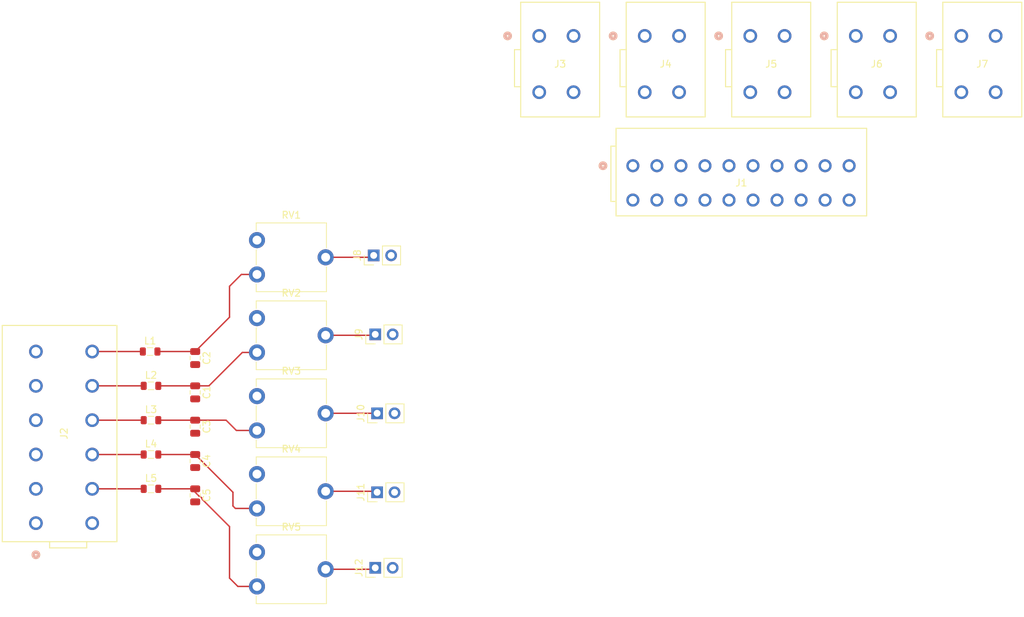
<source format=kicad_pcb>
(kicad_pcb (version 20241229) (generator "pcbnew") (generator_version "9.0")
  (layers (0 "F.Cu" signal) (2 "B.Cu" signal) (13 "F.Paste" user) (15 "B.Paste" user) (5 "F.SilkS" user "F.Silkscreen") (7 "B.SilkS" user "B.Silkscreen") (1 "F.Mask" user) (3 "B.Mask" user) (25 "Edge.Cuts" user))
  (net 0 "")
  (net 1 "GND")
  (net 2 "Net-(C1-Pad1)")
  (net 3 "Net-(C2-Pad1)")
  (net 4 "Net-(C3-Pad1)")
  (net 5 "Net-(C4-Pad1)")
  (net 6 "Net-(C5-Pad1)")
  (net 7 "Net-(J3-1_1)")
  (net 8 "Net-(J8-Pin_1)")
  (net 9 "Net-(J4-1_1)")
  (net 10 "Net-(J9-Pin_1)")
  (net 11 "Net-(J10-Pin_2)")
  (net 12 "Net-(J10-Pin_1)")
  (net 13 "Net-(J11-Pin_1)")
  (net 14 "Net-(J11-Pin_2)")
  (net 15 "Net-(J12-Pin_2)")
  (net 16 "Net-(J12-Pin_1)")
  (net 17 "Net-(J2-6_1)")
  (net 18 "Net-(J2-5_1)")
  (net 19 "Net-(J2-4_1)")
  (net 20 "Net-(J2-3_1)")
  (net 21 "Net-(J2-2_1)")
  (net 22 "Net-(J1-8_1)")
  (net 23 "Net-(J1-2_1)")
  (net 24 "Net-(J1-7_1)")
  (net 25 "Net-(J1-1_1)")
  (net 26 "Net-(J1-10_1)")
  (net 27 "Net-(J1-9_1)")
  (net 28 "Net-(J1-4_1)")
  (net 29 "Net-(J1-6_1)")
  (net 30 "Net-(J1-5_1)")
  (net 31 "Net-(J1-3_1)")
  (net 32 "Net-(J2-1_1)")
  (footprint "Capacitor_SMD:C_0805_2012Metric" (layer "F.Cu") (at 65 125.95 -90)
    (property "Reference" "C3" (at 0 -1.68 90) (layer "F.SilkS"))
    (property "Value" "10pF")
    (fp_line (start -0.261252 0.735) (end 0.261252 0.735) (stroke (width 0.12)) (layer "F.SilkS"))
    (fp_line (start -0.261252 -0.735) (end 0.261252 -0.735) (stroke (width 0.12)) (layer "F.SilkS"))
    (pad "1" smd roundrect (at -0.95 0 270) (size 1 1.45) (layers "F.Cu" "F.Mask" "F.Paste") (net 4 "Net-(C3-Pad1)"))
    (pad "2" smd roundrect (at 0.95 0 270) (size 1 1.45) (layers "F.Cu" "F.Mask" "F.Paste") (net 1 "GND"))
  )
  (footprint "Capacitor_SMD:C_0805_2012Metric" (layer "F.Cu") (at 65 135.95 -90)
    (property "Reference" "C5" (at 0 -1.68 90) (layer "F.SilkS"))
    (property "Value" "10pF")
    (fp_line (start -0.261252 0.735) (end 0.261252 0.735) (stroke (width 0.12)) (layer "F.SilkS"))
    (fp_line (start -0.261252 -0.735) (end 0.261252 -0.735) (stroke (width 0.12)) (layer "F.SilkS"))
    (pad "1" smd roundrect (at -0.95 0 270) (size 1 1.45) (layers "F.Cu" "F.Mask" "F.Paste") (net 6 "Net-(C5-Pad1)"))
    (pad "2" smd roundrect (at 0.95 0 270) (size 1 1.45) (layers "F.Cu" "F.Mask" "F.Paste") (net 1 "GND"))
  )
  (footprint "Potentiometer_THT:Potentiometer_ACP_CA9-V10_Vertical" (layer "F.Cu") (at 74 137.855)
    (property "Reference" "RV4" (at 5 -8.65 0) (layer "F.SilkS"))
    (property "Value" "1kΩ")
    (fp_line (start -0.11 -7.51) (end 10.11 -7.51) (stroke (width 0.12)) (layer "F.SilkS"))
    (fp_line (start -0.11 -6.396) (end -0.11 -7.51) (stroke (width 0.12)) (layer "F.SilkS"))
    (fp_line (start -0.11 -1.396) (end -0.11 -3.604) (stroke (width 0.12)) (layer "F.SilkS"))
    (fp_line (start -0.11 2.51) (end -0.11 1.396) (stroke (width 0.12)) (layer "F.SilkS"))
    (fp_line (start 10.11 -7.51) (end 10.11 -3.896) (stroke (width 0.12)) (layer "F.SilkS"))
    (fp_line (start 10.11 -1.104) (end 10.11 2.51) (stroke (width 0.12)) (layer "F.SilkS"))
    (fp_line (start 10.11 2.51) (end -0.11 2.51) (stroke (width 0.12)) (layer "F.SilkS"))
    (pad "1" thru_hole circle (at 0 0) (size 2.34 2.34) (drill 1.3) (layers "*.Cu" "*.Mask") (net 5 "Net-(C4-Pad1)"))
    (pad "2" thru_hole circle (at 10 -2.5) (size 2.34 2.34) (drill 1.3) (layers "*.Cu" "*.Mask") (net 13 "Net-(J11-Pin_1)"))
    (pad "3" thru_hole circle (at 0 -5) (size 2.34 2.34) (drill 1.3) (layers "*.Cu" "*.Mask") (net 1 "GND"))
  )
  (footprint "Senior_Design:CONN2_2604-3102_WAG" (layer "F.Cu") (at 176.590802 69.030001)
    (property "Reference" "J7" (at 3.049999 4.099999 0) (layer "F.SilkS"))
    (property "Value" "2604-3102")
    (fp_line (start -3.6 7.4) (end -3.6 2.000001) (stroke (width 0.1524)) (layer "F.SilkS"))
    (fp_line (start -2.700001 -4.9) (end 8.799998 -4.9) (stroke (width 0.1524)) (layer "F.SilkS"))
    (fp_line (start -2.700001 11.799999) (end -2.700001 -4.9) (stroke (width 0.1524)) (layer "F.SilkS"))
    (fp_line (start -2.700001 11.799999) (end 8.799998 11.799999) (stroke (width 0.1524)) (layer "F.SilkS"))
    (fp_line (start -2.7 2.000001) (end -3.6 2.000001) (stroke (width 0.1524)) (layer "F.SilkS"))
    (fp_line (start -2.7 7.4) (end -3.6 7.4) (stroke (width 0.1524)) (layer "F.SilkS"))
    (fp_line (start 8.799998 -4.9) (end 8.799998 11.799999) (stroke (width 0.1524)) (layer "F.SilkS"))
    (fp_circle (center -4.605001 0) (end -4.224001 0) (stroke (width 0.508)) (fill no) (layer "F.SilkS"))
    (fp_circle (center -4.605001 0) (end -4.224001 0) (stroke (width 0.508)) (fill no) (layer "B.SilkS"))
    (pad "1" thru_hole circle (at 0 0) (size 2 2) (drill 1.3) (layers "*.Cu" "*.Mask") (net 15 "Net-(J12-Pin_2)"))
    (pad "2" thru_hole circle (at 0 8.199999) (size 2 2) (drill 1.3) (layers "*.Cu" "*.Mask") (net 15 "Net-(J12-Pin_2)"))
    (pad "3" thru_hole circle (at 5 0) (size 2 2) (drill 1.3) (layers "*.Cu" "*.Mask") (net 26 "Net-(J1-10_1)"))
    (pad "4" thru_hole circle (at 5 8.199999) (size 2 2) (drill 1.3) (layers "*.Cu" "*.Mask") (net 27 "Net-(J1-9_1)"))
  )
  (footprint "Potentiometer_THT:Potentiometer_ACP_CA9-V10_Vertical" (layer "F.Cu") (at 74 149.215)
    (property "Reference" "RV5" (at 5 -8.65 0) (layer "F.SilkS"))
    (property "Value" "1kΩ")
    (fp_line (start -0.11 -7.51) (end 10.11 -7.51) (stroke (width 0.12)) (layer "F.SilkS"))
    (fp_line (start -0.11 -6.396) (end -0.11 -7.51) (stroke (width 0.12)) (layer "F.SilkS"))
    (fp_line (start -0.11 -1.396) (end -0.11 -3.604) (stroke (width 0.12)) (layer "F.SilkS"))
    (fp_line (start -0.11 2.51) (end -0.11 1.396) (stroke (width 0.12)) (layer "F.SilkS"))
    (fp_line (start 10.11 -7.51) (end 10.11 -3.896) (stroke (width 0.12)) (layer "F.SilkS"))
    (fp_line (start 10.11 -1.104) (end 10.11 2.51) (stroke (width 0.12)) (layer "F.SilkS"))
    (fp_line (start 10.11 2.51) (end -0.11 2.51) (stroke (width 0.12)) (layer "F.SilkS"))
    (pad "1" thru_hole circle (at 0 0) (size 2.34 2.34) (drill 1.3) (layers "*.Cu" "*.Mask") (net 6 "Net-(C5-Pad1)"))
    (pad "2" thru_hole circle (at 10 -2.5) (size 2.34 2.34) (drill 1.3) (layers "*.Cu" "*.Mask") (net 16 "Net-(J12-Pin_1)"))
    (pad "3" thru_hole circle (at 0 -5) (size 2.34 2.34) (drill 1.3) (layers "*.Cu" "*.Mask") (net 1 "GND"))
  )
  (footprint "Potentiometer_THT:Potentiometer_ACP_CA9-V10_Vertical" (layer "F.Cu") (at 74 103.775)
    (property "Reference" "RV1" (at 5 -8.65 0) (layer "F.SilkS"))
    (property "Value" "1kΩ")
    (fp_line (start -0.11 -7.51) (end 10.11 -7.51) (stroke (width 0.12)) (layer "F.SilkS"))
    (fp_line (start -0.11 -6.396) (end -0.11 -7.51) (stroke (width 0.12)) (layer "F.SilkS"))
    (fp_line (start -0.11 -1.396) (end -0.11 -3.604) (stroke (width 0.12)) (layer "F.SilkS"))
    (fp_line (start -0.11 2.51) (end -0.11 1.396) (stroke (width 0.12)) (layer "F.SilkS"))
    (fp_line (start 10.11 -7.51) (end 10.11 -3.896) (stroke (width 0.12)) (layer "F.SilkS"))
    (fp_line (start 10.11 -1.104) (end 10.11 2.51) (stroke (width 0.12)) (layer "F.SilkS"))
    (fp_line (start 10.11 2.51) (end -0.11 2.51) (stroke (width 0.12)) (layer "F.SilkS"))
    (pad "1" thru_hole circle (at 0 0) (size 2.34 2.34) (drill 1.3) (layers "*.Cu" "*.Mask") (net 3 "Net-(C2-Pad1)"))
    (pad "2" thru_hole circle (at 10 -2.5) (size 2.34 2.34) (drill 1.3) (layers "*.Cu" "*.Mask") (net 8 "Net-(J8-Pin_1)"))
    (pad "3" thru_hole circle (at 0 -5) (size 2.34 2.34) (drill 1.3) (layers "*.Cu" "*.Mask") (net 1 "GND"))
  )
  (footprint "Connector_PinHeader_2.54mm:PinHeader_1x02_P2.54mm_Vertical" (layer "F.Cu") (at 91.225 112.5 90)
    (property "Reference" "J9" (at 0 -2.38 90) (layer "F.SilkS"))
    (property "Value" "Conn_01x02")
    (fp_line (start -1.38 -1.38) (end 0 -1.38) (stroke (width 0.12)) (layer "F.SilkS"))
    (fp_line (start -1.38 0) (end -1.38 -1.38) (stroke (width 0.12)) (layer "F.SilkS"))
    (fp_line (start 1.38 1.27) (end 1.38 3.92) (stroke (width 0.12)) (layer "F.SilkS"))
    (fp_line (start -1.38 1.27) (end 1.38 1.27) (stroke (width 0.12)) (layer "F.SilkS"))
    (fp_line (start -1.38 1.27) (end -1.38 3.92) (stroke (width 0.12)) (layer "F.SilkS"))
    (fp_line (start -1.38 3.92) (end 1.38 3.92) (stroke (width 0.12)) (layer "F.SilkS"))
    (pad "1" thru_hole rect (at 0 0 90) (size 1.7 1.7) (drill 1) (layers "*.Cu" "*.Mask") (net 10 "Net-(J9-Pin_1)"))
    (pad "2" thru_hole circle (at 0 2.54 90) (size 1.7 1.7) (drill 1) (layers "*.Cu" "*.Mask") (net 9 "Net-(J4-1_1)"))
  )
  (footprint "Senior_Design:CONN10_2601-3110_WAG" (layer "F.Cu") (at 128.750003 87.94)
    (property "Reference" "J1" (at 15.800005 2.5 0) (layer "F.SilkS"))
    (property "Value" "2601-3110")
    (fp_line (start -3.199998 5.2) (end -3.199998 -2.849999) (stroke (width 0.1524)) (layer "F.SilkS"))
    (fp_line (start -2.449998 -5.449999) (end 34.050007 -5.449999) (stroke (width 0.1524)) (layer "F.SilkS"))
    (fp_line (start -2.449998 7.300001) (end -2.449998 -5.449999) (stroke (width 0.1524)) (layer "F.SilkS"))
    (fp_line (start -2.449998 7.300001) (end 34.050007 7.300001) (stroke (width 0.1524)) (layer "F.SilkS"))
    (fp_line (start -2.449997 -2.849999) (end -3.199998 -2.849999) (stroke (width 0.1524)) (layer "F.SilkS"))
    (fp_line (start -2.449997 5.2) (end -3.199998 5.2) (stroke (width 0.1524)) (layer "F.SilkS"))
    (fp_line (start 34.050007 -5.449999) (end 34.050007 7.300001) (stroke (width 0.1524)) (layer "F.SilkS"))
    (fp_circle (center -4.354998 0) (end -3.973998 0) (stroke (width 0.508)) (fill no) (layer "F.SilkS"))
    (fp_circle (center -4.354998 0) (end -3.973998 0) (stroke (width 0.508)) (fill no) (layer "B.SilkS"))
    (pad "1" thru_hole circle (at 0 0) (size 1.9 1.9) (drill 1.2) (layers "*.Cu" "*.Mask") (net 25 "Net-(J1-1_1)"))
    (pad "2" thru_hole circle (at 0 5) (size 1.9 1.9) (drill 1.2) (layers "*.Cu" "*.Mask") (net 25 "Net-(J1-1_1)"))
    (pad "3" thru_hole circle (at 3.500001 0) (size 1.9 1.9) (drill 1.2) (layers "*.Cu" "*.Mask") (net 23 "Net-(J1-2_1)"))
    (pad "4" thru_hole circle (at 3.500001 5) (size 1.9 1.9) (drill 1.2) (layers "*.Cu" "*.Mask") (net 23 "Net-(J1-2_1)"))
    (pad "5" thru_hole circle (at 7.000002 0) (size 1.9 1.9) (drill 1.2) (layers "*.Cu" "*.Mask") (net 31 "Net-(J1-3_1)"))
    (pad "6" thru_hole circle (at 7.000002 5) (size 1.9 1.9) (drill 1.2) (layers "*.Cu" "*.Mask") (net 31 "Net-(J1-3_1)"))
    (pad "7" thru_hole circle (at 10.500002 0) (size 1.9 1.9) (drill 1.2) (layers "*.Cu" "*.Mask") (net 28 "Net-(J1-4_1)"))
    (pad "8" thru_hole circle (at 10.500002 5) (size 1.9 1.9) (drill 1.2) (layers "*.Cu" "*.Mask") (net 28 "Net-(J1-4_1)"))
    (pad "9" thru_hole circle (at 14.000006 0) (size 1.9 1.9) (drill 1.2) (layers "*.Cu" "*.Mask") (net 30 "Net-(J1-5_1)"))
    (pad "10" thru_hole circle (at 14.000006 5) (size 1.9 1.9) (drill 1.2) (layers "*.Cu" "*.Mask") (net 30 "Net-(J1-5_1)"))
    (pad "11" thru_hole circle (at 17.500006 0) (size 1.9 1.9) (drill 1.2) (layers "*.Cu" "*.Mask") (net 29 "Net-(J1-6_1)"))
    (pad "12" thru_hole circle (at 17.500006 5) (size 1.9 1.9) (drill 1.2) (layers "*.Cu" "*.Mask") (net 29 "Net-(J1-6_1)"))
    (pad "13" thru_hole circle (at 21.000007 0) (size 1.9 1.9) (drill 1.2) (layers "*.Cu" "*.Mask") (net 24 "Net-(J1-7_1)"))
    (pad "14" thru_hole circle (at 21.000007 5) (size 1.9 1.9) (drill 1.2) (layers "*.Cu" "*.Mask") (net 24 "Net-(J1-7_1)"))
    (pad "15" thru_hole circle (at 24.500007 0) (size 1.9 1.9) (drill 1.2) (layers "*.Cu" "*.Mask") (net 22 "Net-(J1-8_1)"))
    (pad "16" thru_hole circle (at 24.500007 5) (size 1.9 1.9) (drill 1.2) (layers "*.Cu" "*.Mask") (net 22 "Net-(J1-8_1)"))
    (pad "17" thru_hole circle (at 28.000008 0) (size 1.9 1.9) (drill 1.2) (layers "*.Cu" "*.Mask") (net 27 "Net-(J1-9_1)"))
    (pad "18" thru_hole circle (at 28.000008 5) (size 1.9 1.9) (drill 1.2) (layers "*.Cu" "*.Mask") (net 27 "Net-(J1-9_1)"))
    (pad "19" thru_hole circle (at 31.500009 0) (size 1.9 1.9) (drill 1.2) (layers "*.Cu" "*.Mask") (net 26 "Net-(J1-10_1)"))
    (pad "20" thru_hole circle (at 31.500009 5) (size 1.9 1.9) (drill 1.2) (layers "*.Cu" "*.Mask") (net 26 "Net-(J1-10_1)"))
  )
  (footprint "Capacitor_SMD:C_0805_2012Metric" (layer "F.Cu") (at 65 130.95 -90)
    (property "Reference" "C4" (at 0 -1.68 90) (layer "F.SilkS"))
    (property "Value" "10pF")
    (fp_line (start -0.261252 0.735) (end 0.261252 0.735) (stroke (width 0.12)) (layer "F.SilkS"))
    (fp_line (start -0.261252 -0.735) (end 0.261252 -0.735) (stroke (width 0.12)) (layer "F.SilkS"))
    (pad "1" smd roundrect (at -0.95 0 270) (size 1 1.45) (layers "F.Cu" "F.Mask" "F.Paste") (net 5 "Net-(C4-Pad1)"))
    (pad "2" smd roundrect (at 0.95 0 270) (size 1 1.45) (layers "F.Cu" "F.Mask" "F.Paste") (net 1 "GND"))
  )
  (footprint "Inductor_SMD:L_0805_2012Metric" (layer "F.Cu") (at 58.5625 135)
    (property "Reference" "L5" (at 0 -1.55 0) (layer "F.SilkS"))
    (property "Value" "56μH")
    (fp_line (start -0.399622 -0.56) (end 0.399622 -0.56) (stroke (width 0.12)) (layer "F.SilkS"))
    (fp_line (start -0.399622 0.56) (end 0.399622 0.56) (stroke (width 0.12)) (layer "F.SilkS"))
    (pad "1" smd roundrect (at -1.0625 0) (size 0.875 1.2) (layers "F.Cu" "F.Mask" "F.Paste") (net 21 "Net-(J2-2_1)"))
    (pad "2" smd roundrect (at 1.0625 0) (size 0.875 1.2) (layers "F.Cu" "F.Mask" "F.Paste") (net 6 "Net-(C5-Pad1)"))
  )
  (footprint "Capacitor_SMD:C_0805_2012Metric" (layer "F.Cu") (at 65 120.95 -90)
    (property "Reference" "C1" (at 0 -1.68 90) (layer "F.SilkS"))
    (property "Value" "10pF")
    (fp_line (start -0.261252 0.735) (end 0.261252 0.735) (stroke (width 0.12)) (layer "F.SilkS"))
    (fp_line (start -0.261252 -0.735) (end 0.261252 -0.735) (stroke (width 0.12)) (layer "F.SilkS"))
    (pad "1" smd roundrect (at -0.95 0 270) (size 1 1.45) (layers "F.Cu" "F.Mask" "F.Paste") (net 2 "Net-(C1-Pad1)"))
    (pad "2" smd roundrect (at 0.95 0 270) (size 1 1.45) (layers "F.Cu" "F.Mask" "F.Paste") (net 1 "GND"))
  )
  (footprint "Connector_PinHeader_2.54mm:PinHeader_1x02_P2.54mm_Vertical" (layer "F.Cu") (at 91.225 146.5 90)
    (property "Reference" "J12" (at 0 -2.38 90) (layer "F.SilkS"))
    (property "Value" "Conn_01x02")
    (fp_line (start -1.38 -1.38) (end 0 -1.38) (stroke (width 0.12)) (layer "F.SilkS"))
    (fp_line (start -1.38 0) (end -1.38 -1.38) (stroke (width 0.12)) (layer "F.SilkS"))
    (fp_line (start 1.38 1.27) (end 1.38 3.92) (stroke (width 0.12)) (layer "F.SilkS"))
    (fp_line (start -1.38 1.27) (end 1.38 1.27) (stroke (width 0.12)) (layer "F.SilkS"))
    (fp_line (start -1.38 1.27) (end -1.38 3.92) (stroke (width 0.12)) (layer "F.SilkS"))
    (fp_line (start -1.38 3.92) (end 1.38 3.92) (stroke (width 0.12)) (layer "F.SilkS"))
    (pad "1" thru_hole rect (at 0 0 90) (size 1.7 1.7) (drill 1) (layers "*.Cu" "*.Mask") (net 16 "Net-(J12-Pin_1)"))
    (pad "2" thru_hole circle (at 0 2.54 90) (size 1.7 1.7) (drill 1) (layers "*.Cu" "*.Mask") (net 15 "Net-(J12-Pin_2)"))
  )
  (footprint "Inductor_SMD:L_0805_2012Metric" (layer "F.Cu") (at 58.4375 115)
    (property "Reference" "L1" (at 0 -1.55 0) (layer "F.SilkS"))
    (property "Value" "56μH")
    (fp_line (start -0.399622 -0.56) (end 0.399622 -0.56) (stroke (width 0.12)) (layer "F.SilkS"))
    (fp_line (start -0.399622 0.56) (end 0.399622 0.56) (stroke (width 0.12)) (layer "F.SilkS"))
    (pad "1" smd roundrect (at -1.0625 0) (size 0.875 1.2) (layers "F.Cu" "F.Mask" "F.Paste") (net 17 "Net-(J2-6_1)"))
    (pad "2" smd roundrect (at 1.0625 0) (size 0.875 1.2) (layers "F.Cu" "F.Mask" "F.Paste") (net 3 "Net-(C2-Pad1)"))
  )
  (footprint "Senior_Design:CONN6_2604-3106_WAG" (layer "F.Cu") (at 41.800001 140 90)
    (property "Reference" "J2" (at 13.049999 4.099999 90) (layer "F.SilkS"))
    (property "Value" "2604-3106")
    (fp_line (start 28.799992 -4.9) (end 28.799992 11.799999) (stroke (width 0.1524)) (layer "F.SilkS"))
    (fp_line (start -2.699996 -4.9) (end 28.799992 -4.9) (stroke (width 0.1524)) (layer "F.SilkS"))
    (fp_line (start -2.699998 2.000001) (end -3.599996 2.000001) (stroke (width 0.1524)) (layer "F.SilkS"))
    (fp_line (start -2.699998 7.4) (end -3.599996 7.4) (stroke (width 0.1524)) (layer "F.SilkS"))
    (fp_line (start -3.599996 7.4) (end -3.599996 2.000001) (stroke (width 0.1524)) (layer "F.SilkS"))
    (fp_line (start -2.699996 11.799999) (end -2.699996 -4.9) (stroke (width 0.1524)) (layer "F.SilkS"))
    (fp_line (start -2.699996 11.799999) (end 28.799992 11.799999) (stroke (width 0.1524)) (layer "F.SilkS"))
    (fp_circle (center -4.604995 0) (end -4.223995 0) (stroke (width 0.508)) (fill no) (layer "F.SilkS"))
    (fp_circle (center -4.604995 0) (end -4.223995 0) (stroke (width 0.508)) (fill no) (layer "B.SilkS"))
    (pad "1" thru_hole circle (at 0 0 90) (size 2 2) (drill 1.3) (layers "*.Cu" "*.Mask") (net 32 "Net-(J2-1_1)"))
    (pad "2" thru_hole circle (at 0 8.199999 90) (size 2 2) (drill 1.3) (layers "*.Cu" "*.Mask") (net 32 "Net-(J2-1_1)"))
    (pad "3" thru_hole circle (at 5 0 90) (size 2 2) (drill 1.3) (layers "*.Cu" "*.Mask") (net 21 "Net-(J2-2_1)"))
    (pad "4" thru_hole circle (at 5 8.199999 90) (size 2 2) (drill 1.3) (layers "*.Cu" "*.Mask") (net 21 "Net-(J2-2_1)"))
    (pad "5" thru_hole circle (at 10 0 90) (size 2 2) (drill 1.3) (layers "*.Cu" "*.Mask") (net 20 "Net-(J2-3_1)"))
    (pad "6" thru_hole circle (at 10 8.199999 90) (size 2 2) (drill 1.3) (layers "*.Cu" "*.Mask") (net 20 "Net-(J2-3_1)"))
    (pad "7" thru_hole circle (at 15 0 90) (size 2 2) (drill 1.3) (layers "*.Cu" "*.Mask") (net 19 "Net-(J2-4_1)"))
    (pad "8" thru_hole circle (at 15 8.199999 90) (size 2 2) (drill 1.3) (layers "*.Cu" "*.Mask") (net 19 "Net-(J2-4_1)"))
    (pad "9" thru_hole circle (at 20 0 90) (size 2 2) (drill 1.3) (layers "*.Cu" "*.Mask") (net 18 "Net-(J2-5_1)"))
    (pad "10" thru_hole circle (at 20 8.199999 90) (size 2 2) (drill 1.3) (layers "*.Cu" "*.Mask") (net 18 "Net-(J2-5_1)"))
    (pad "11" thru_hole circle (at 25 0 90) (size 2 2) (drill 1.3) (layers "*.Cu" "*.Mask") (net 17 "Net-(J2-6_1)"))
    (pad "12" thru_hole circle (at 25 8.199999 90) (size 2 2) (drill 1.3) (layers "*.Cu" "*.Mask") (net 17 "Net-(J2-6_1)"))
  )
  (footprint "Connector_PinHeader_2.54mm:PinHeader_1x02_P2.54mm_Vertical" (layer "F.Cu") (at 91.5 124 90)
    (property "Reference" "J10" (at 0 -2.38 90) (layer "F.SilkS"))
    (property "Value" "Conn_01x02")
    (fp_line (start -1.38 -1.38) (end 0 -1.38) (stroke (width 0.12)) (layer "F.SilkS"))
    (fp_line (start -1.38 0) (end -1.38 -1.38) (stroke (width 0.12)) (layer "F.SilkS"))
    (fp_line (start 1.38 1.27) (end 1.38 3.92) (stroke (width 0.12)) (layer "F.SilkS"))
    (fp_line (start -1.38 1.27) (end 1.38 1.27) (stroke (width 0.12)) (layer "F.SilkS"))
    (fp_line (start -1.38 1.27) (end -1.38 3.92) (stroke (width 0.12)) (layer "F.SilkS"))
    (fp_line (start -1.38 3.92) (end 1.38 3.92) (stroke (width 0.12)) (layer "F.SilkS"))
    (pad "1" thru_hole rect (at 0 0 90) (size 1.7 1.7) (drill 1) (layers "*.Cu" "*.Mask") (net 12 "Net-(J10-Pin_1)"))
    (pad "2" thru_hole circle (at 0 2.54 90) (size 1.7 1.7) (drill 1) (layers "*.Cu" "*.Mask") (net 11 "Net-(J10-Pin_2)"))
  )
  (footprint "Connector_PinHeader_2.54mm:PinHeader_1x02_P2.54mm_Vertical" (layer "F.Cu") (at 91.5 135.5 90)
    (property "Reference" "J11" (at 0 -2.38 90) (layer "F.SilkS"))
    (property "Value" "Conn_01x02")
    (fp_line (start -1.38 -1.38) (end 0 -1.38) (stroke (width 0.12)) (layer "F.SilkS"))
    (fp_line (start -1.38 0) (end -1.38 -1.38) (stroke (width 0.12)) (layer "F.SilkS"))
    (fp_line (start 1.38 1.27) (end 1.38 3.92) (stroke (width 0.12)) (layer "F.SilkS"))
    (fp_line (start -1.38 1.27) (end 1.38 1.27) (stroke (width 0.12)) (layer "F.SilkS"))
    (fp_line (start -1.38 1.27) (end -1.38 3.92) (stroke (width 0.12)) (layer "F.SilkS"))
    (fp_line (start -1.38 3.92) (end 1.38 3.92) (stroke (width 0.12)) (layer "F.SilkS"))
    (pad "1" thru_hole rect (at 0 0 90) (size 1.7 1.7) (drill 1) (layers "*.Cu" "*.Mask") (net 13 "Net-(J11-Pin_1)"))
    (pad "2" thru_hole circle (at 0 2.54 90) (size 1.7 1.7) (drill 1) (layers "*.Cu" "*.Mask") (net 14 "Net-(J11-Pin_2)"))
  )
  (footprint "Connector_PinHeader_2.54mm:PinHeader_1x02_P2.54mm_Vertical" (layer "F.Cu") (at 91 101 90)
    (property "Reference" "J8" (at 0 -2.38 90) (layer "F.SilkS"))
    (property "Value" "Conn_01x02")
    (fp_line (start -1.38 -1.38) (end 0 -1.38) (stroke (width 0.12)) (layer "F.SilkS"))
    (fp_line (start -1.38 0) (end -1.38 -1.38) (stroke (width 0.12)) (layer "F.SilkS"))
    (fp_line (start 1.38 1.27) (end 1.38 3.92) (stroke (width 0.12)) (layer "F.SilkS"))
    (fp_line (start -1.38 1.27) (end 1.38 1.27) (stroke (width 0.12)) (layer "F.SilkS"))
    (fp_line (start -1.38 1.27) (end -1.38 3.92) (stroke (width 0.12)) (layer "F.SilkS"))
    (fp_line (start -1.38 3.92) (end 1.38 3.92) (stroke (width 0.12)) (layer "F.SilkS"))
    (pad "1" thru_hole rect (at 0 0 90) (size 1.7 1.7) (drill 1) (layers "*.Cu" "*.Mask") (net 8 "Net-(J8-Pin_1)"))
    (pad "2" thru_hole circle (at 0 2.54 90) (size 1.7 1.7) (drill 1) (layers "*.Cu" "*.Mask") (net 7 "Net-(J3-1_1)"))
  )
  (footprint "Senior_Design:CONN2_2604-3102_WAG" (layer "F.Cu") (at 115.110006 69.030001)
    (property "Reference" "J3" (at 3.049999 4.099999 0) (layer "F.SilkS"))
    (property "Value" "2604-3102")
    (fp_line (start -3.6 7.4) (end -3.6 2.000001) (stroke (width 0.1524)) (layer "F.SilkS"))
    (fp_line (start -2.700001 -4.9) (end 8.799998 -4.9) (stroke (width 0.1524)) (layer "F.SilkS"))
    (fp_line (start -2.700001 11.799999) (end -2.700001 -4.9) (stroke (width 0.1524)) (layer "F.SilkS"))
    (fp_line (start -2.700001 11.799999) (end 8.799998 11.799999) (stroke (width 0.1524)) (layer "F.SilkS"))
    (fp_line (start -2.7 2.000001) (end -3.6 2.000001) (stroke (width 0.1524)) (layer "F.SilkS"))
    (fp_line (start -2.7 7.4) (end -3.6 7.4) (stroke (width 0.1524)) (layer "F.SilkS"))
    (fp_line (start 8.799998 -4.9) (end 8.799998 11.799999) (stroke (width 0.1524)) (layer "F.SilkS"))
    (fp_circle (center -4.605001 0) (end -4.224001 0) (stroke (width 0.508)) (fill no) (layer "F.SilkS"))
    (fp_circle (center -4.605001 0) (end -4.224001 0) (stroke (width 0.508)) (fill no) (layer "B.SilkS"))
    (pad "1" thru_hole circle (at 0 0) (size 2 2) (drill 1.3) (layers "*.Cu" "*.Mask") (net 7 "Net-(J3-1_1)"))
    (pad "2" thru_hole circle (at 0 8.199999) (size 2 2) (drill 1.3) (layers "*.Cu" "*.Mask") (net 7 "Net-(J3-1_1)"))
    (pad "3" thru_hole circle (at 5 0) (size 2 2) (drill 1.3) (layers "*.Cu" "*.Mask") (net 23 "Net-(J1-2_1)"))
    (pad "4" thru_hole circle (at 5 8.199999) (size 2 2) (drill 1.3) (layers "*.Cu" "*.Mask") (net 25 "Net-(J1-1_1)"))
  )
  (footprint "Inductor_SMD:L_0805_2012Metric" (layer "F.Cu") (at 58.5625 125)
    (property "Reference" "L3" (at 0 -1.55 0) (layer "F.SilkS"))
    (property "Value" "56μH")
    (fp_line (start -0.399622 -0.56) (end 0.399622 -0.56) (stroke (width 0.12)) (layer "F.SilkS"))
    (fp_line (start -0.399622 0.56) (end 0.399622 0.56) (stroke (width 0.12)) (layer "F.SilkS"))
    (pad "1" smd roundrect (at -1.0625 0) (size 0.875 1.2) (layers "F.Cu" "F.Mask" "F.Paste") (net 19 "Net-(J2-4_1)"))
    (pad "2" smd roundrect (at 1.0625 0) (size 0.875 1.2) (layers "F.Cu" "F.Mask" "F.Paste") (net 4 "Net-(C3-Pad1)"))
  )
  (footprint "Senior_Design:CONN2_2604-3102_WAG" (layer "F.Cu") (at 145.850404 69.030001)
    (property "Reference" "J5" (at 3.049999 4.099999 0) (layer "F.SilkS"))
    (property "Value" "2604-3102")
    (fp_line (start -3.6 7.4) (end -3.6 2.000001) (stroke (width 0.1524)) (layer "F.SilkS"))
    (fp_line (start -2.700001 -4.9) (end 8.799998 -4.9) (stroke (width 0.1524)) (layer "F.SilkS"))
    (fp_line (start -2.700001 11.799999) (end -2.700001 -4.9) (stroke (width 0.1524)) (layer "F.SilkS"))
    (fp_line (start -2.700001 11.799999) (end 8.799998 11.799999) (stroke (width 0.1524)) (layer "F.SilkS"))
    (fp_line (start -2.7 2.000001) (end -3.6 2.000001) (stroke (width 0.1524)) (layer "F.SilkS"))
    (fp_line (start -2.7 7.4) (end -3.6 7.4) (stroke (width 0.1524)) (layer "F.SilkS"))
    (fp_line (start 8.799998 -4.9) (end 8.799998 11.799999) (stroke (width 0.1524)) (layer "F.SilkS"))
    (fp_circle (center -4.605001 0) (end -4.224001 0) (stroke (width 0.508)) (fill no) (layer "F.SilkS"))
    (fp_circle (center -4.605001 0) (end -4.224001 0) (stroke (width 0.508)) (fill no) (layer "B.SilkS"))
    (pad "1" thru_hole circle (at 0 0) (size 2 2) (drill 1.3) (layers "*.Cu" "*.Mask") (net 11 "Net-(J10-Pin_2)"))
    (pad "2" thru_hole circle (at 0 8.199999) (size 2 2) (drill 1.3) (layers "*.Cu" "*.Mask") (net 11 "Net-(J10-Pin_2)"))
    (pad "3" thru_hole circle (at 5 0) (size 2 2) (drill 1.3) (layers "*.Cu" "*.Mask") (net 29 "Net-(J1-6_1)"))
    (pad "4" thru_hole circle (at 5 8.199999) (size 2 2) (drill 1.3) (layers "*.Cu" "*.Mask") (net 30 "Net-(J1-5_1)"))
  )
  (footprint "Senior_Design:CONN2_2604-3102_WAG" (layer "F.Cu") (at 161.220603 69.030001)
    (property "Reference" "J6" (at 3.049999 4.099999 0) (layer "F.SilkS"))
    (property "Value" "2604-3102")
    (fp_line (start -3.6 7.4) (end -3.6 2.000001) (stroke (width 0.1524)) (layer "F.SilkS"))
    (fp_line (start -2.700001 -4.9) (end 8.799998 -4.9) (stroke (width 0.1524)) (layer "F.SilkS"))
    (fp_line (start -2.700001 11.799999) (end -2.700001 -4.9) (stroke (width 0.1524)) (layer "F.SilkS"))
    (fp_line (start -2.700001 11.799999) (end 8.799998 11.799999) (stroke (width 0.1524)) (layer "F.SilkS"))
    (fp_line (start -2.7 2.000001) (end -3.6 2.000001) (stroke (width 0.1524)) (layer "F.SilkS"))
    (fp_line (start -2.7 7.4) (end -3.6 7.4) (stroke (width 0.1524)) (layer "F.SilkS"))
    (fp_line (start 8.799998 -4.9) (end 8.799998 11.799999) (stroke (width 0.1524)) (layer "F.SilkS"))
    (fp_circle (center -4.605001 0) (end -4.224001 0) (stroke (width 0.508)) (fill no) (layer "F.SilkS"))
    (fp_circle (center -4.605001 0) (end -4.224001 0) (stroke (width 0.508)) (fill no) (layer "B.SilkS"))
    (pad "1" thru_hole circle (at 0 0) (size 2 2) (drill 1.3) (layers "*.Cu" "*.Mask") (net 14 "Net-(J11-Pin_2)"))
    (pad "2" thru_hole circle (at 0 8.199999) (size 2 2) (drill 1.3) (layers "*.Cu" "*.Mask") (net 14 "Net-(J11-Pin_2)"))
    (pad "3" thru_hole circle (at 5 0) (size 2 2) (drill 1.3) (layers "*.Cu" "*.Mask") (net 22 "Net-(J1-8_1)"))
    (pad "4" thru_hole circle (at 5 8.199999) (size 2 2) (drill 1.3) (layers "*.Cu" "*.Mask") (net 24 "Net-(J1-7_1)"))
  )
  (footprint "Potentiometer_THT:Potentiometer_ACP_CA9-V10_Vertical" (layer "F.Cu") (at 74 126.495)
    (property "Reference" "RV3" (at 5 -8.65 0) (layer "F.SilkS"))
    (property "Value" "1kΩ")
    (fp_line (start -0.11 -7.51) (end 10.11 -7.51) (stroke (width 0.12)) (layer "F.SilkS"))
    (fp_line (start -0.11 -6.396) (end -0.11 -7.51) (stroke (width 0.12)) (layer "F.SilkS"))
    (fp_line (start -0.11 -1.396) (end -0.11 -3.604) (stroke (width 0.12)) (layer "F.SilkS"))
    (fp_line (start -0.11 2.51) (end -0.11 1.396) (stroke (width 0.12)) (layer "F.SilkS"))
    (fp_line (start 10.11 -7.51) (end 10.11 -3.896) (stroke (width 0.12)) (layer "F.SilkS"))
    (fp_line (start 10.11 -1.104) (end 10.11 2.51) (stroke (width 0.12)) (layer "F.SilkS"))
    (fp_line (start 10.11 2.51) (end -0.11 2.51) (stroke (width 0.12)) (layer "F.SilkS"))
    (pad "1" thru_hole circle (at 0 0) (size 2.34 2.34) (drill 1.3) (layers "*.Cu" "*.Mask") (net 4 "Net-(C3-Pad1)"))
    (pad "2" thru_hole circle (at 10 -2.5) (size 2.34 2.34) (drill 1.3) (layers "*.Cu" "*.Mask") (net 12 "Net-(J10-Pin_1)"))
    (pad "3" thru_hole circle (at 0 -5) (size 2.34 2.34) (drill 1.3) (layers "*.Cu" "*.Mask") (net 1 "GND"))
  )
  (footprint "Inductor_SMD:L_0805_2012Metric" (layer "F.Cu") (at 58.5625 130)
    (property "Reference" "L4" (at 0 -1.55 0) (layer "F.SilkS"))
    (property "Value" "56μH")
    (fp_line (start -0.399622 -0.56) (end 0.399622 -0.56) (stroke (width 0.12)) (layer "F.SilkS"))
    (fp_line (start -0.399622 0.56) (end 0.399622 0.56) (stroke (width 0.12)) (layer "F.SilkS"))
    (pad "1" smd roundrect (at -1.0625 0) (size 0.875 1.2) (layers "F.Cu" "F.Mask" "F.Paste") (net 20 "Net-(J2-3_1)"))
    (pad "2" smd roundrect (at 1.0625 0) (size 0.875 1.2) (layers "F.Cu" "F.Mask" "F.Paste") (net 5 "Net-(C4-Pad1)"))
  )
  (footprint "Potentiometer_THT:Potentiometer_ACP_CA9-V10_Vertical" (layer "F.Cu") (at 74 115.135)
    (property "Reference" "RV2" (at 5 -8.65 0) (layer "F.SilkS"))
    (property "Value" "1kΩ")
    (fp_line (start -0.11 -7.51) (end 10.11 -7.51) (stroke (width 0.12)) (layer "F.SilkS"))
    (fp_line (start -0.11 -6.396) (end -0.11 -7.51) (stroke (width 0.12)) (layer "F.SilkS"))
    (fp_line (start -0.11 -1.396) (end -0.11 -3.604) (stroke (width 0.12)) (layer "F.SilkS"))
    (fp_line (start -0.11 2.51) (end -0.11 1.396) (stroke (width 0.12)) (layer "F.SilkS"))
    (fp_line (start 10.11 -7.51) (end 10.11 -3.896) (stroke (width 0.12)) (layer "F.SilkS"))
    (fp_line (start 10.11 -1.104) (end 10.11 2.51) (stroke (width 0.12)) (layer "F.SilkS"))
    (fp_line (start 10.11 2.51) (end -0.11 2.51) (stroke (width 0.12)) (layer "F.SilkS"))
    (pad "1" thru_hole circle (at 0 0) (size 2.34 2.34) (drill 1.3) (layers "*.Cu" "*.Mask") (net 2 "Net-(C1-Pad1)"))
    (pad "2" thru_hole circle (at 10 -2.5) (size 2.34 2.34) (drill 1.3) (layers "*.Cu" "*.Mask") (net 10 "Net-(J9-Pin_1)"))
    (pad "3" thru_hole circle (at 0 -5) (size 2.34 2.34) (drill 1.3) (layers "*.Cu" "*.Mask") (net 1 "GND"))
  )
  (footprint "Inductor_SMD:L_0805_2012Metric" (layer "F.Cu") (at 58.5625 120)
    (property "Reference" "L2" (at 0 -1.55 0) (layer "F.SilkS"))
    (property "Value" "56μH")
    (fp_line (start -0.399622 -0.56) (end 0.399622 -0.56) (stroke (width 0.12)) (layer "F.SilkS"))
    (fp_line (start -0.399622 0.56) (end 0.399622 0.56) (stroke (width 0.12)) (layer "F.SilkS"))
    (pad "1" smd roundrect (at -1.0625 0) (size 0.875 1.2) (layers "F.Cu" "F.Mask" "F.Paste") (net 18 "Net-(J2-5_1)"))
    (pad "2" smd roundrect (at 1.0625 0) (size 0.875 1.2) (layers "F.Cu" "F.Mask" "F.Paste") (net 2 "Net-(C1-Pad1)"))
  )
  (footprint "Capacitor_SMD:C_0805_2012Metric" (layer "F.Cu") (at 65 115.95 -90)
    (property "Reference" "C2" (at 0 -1.68 90) (layer "F.SilkS"))
    (property "Value" "10pF")
    (fp_line (start -0.261252 0.735) (end 0.261252 0.735) (stroke (width 0.12)) (layer "F.SilkS"))
    (fp_line (start -0.261252 -0.735) (end 0.261252 -0.735) (stroke (width 0.12)) (layer "F.SilkS"))
    (pad "1" smd roundrect (at -0.95 0 270) (size 1 1.45) (layers "F.Cu" "F.Mask" "F.Paste") (net 3 "Net-(C2-Pad1)"))
    (pad "2" smd roundrect (at 0.95 0 270) (size 1 1.45) (layers "F.Cu" "F.Mask" "F.Paste") (net 1 "GND"))
  )
  (footprint "Senior_Design:CONN2_2604-3102_WAG" (layer "F.Cu") (at 130.480205 69.030001)
    (property "Reference" "J4" (at 3.049999 4.099999 0) (layer "F.SilkS"))
    (property "Value" "2604-3102")
    (fp_line (start -3.6 7.4) (end -3.6 2.000001) (stroke (width 0.1524)) (layer "F.SilkS"))
    (fp_line (start -2.700001 -4.9) (end 8.799998 -4.9) (stroke (width 0.1524)) (layer "F.SilkS"))
    (fp_line (start -2.700001 11.799999) (end -2.700001 -4.9) (stroke (width 0.1524)) (layer "F.SilkS"))
    (fp_line (start -2.700001 11.799999) (end 8.799998 11.799999) (stroke (width 0.1524)) (layer "F.SilkS"))
    (fp_line (start -2.7 2.000001) (end -3.6 2.000001) (stroke (width 0.1524)) (layer "F.SilkS"))
    (fp_line (start -2.7 7.4) (end -3.6 7.4) (stroke (width 0.1524)) (layer "F.SilkS"))
    (fp_line (start 8.799998 -4.9) (end 8.799998 11.799999) (stroke (width 0.1524)) (layer "F.SilkS"))
    (fp_circle (center -4.605001 0) (end -4.224001 0) (stroke (width 0.508)) (fill no) (layer "F.SilkS"))
    (fp_circle (center -4.605001 0) (end -4.224001 0) (stroke (width 0.508)) (fill no) (layer "B.SilkS"))
    (pad "1" thru_hole circle (at 0 0) (size 2 2) (drill 1.3) (layers "*.Cu" "*.Mask") (net 9 "Net-(J4-1_1)"))
    (pad "2" thru_hole circle (at 0 8.199999) (size 2 2) (drill 1.3) (layers "*.Cu" "*.Mask") (net 9 "Net-(J4-1_1)"))
    (pad "3" thru_hole circle (at 5 0) (size 2 2) (drill 1.3) (layers "*.Cu" "*.Mask") (net 28 "Net-(J1-4_1)"))
    (pad "4" thru_hole circle (at 5 8.199999) (size 2 2) (drill 1.3) (layers "*.Cu" "*.Mask") (net 31 "Net-(J1-3_1)"))
  )
  (segment (start 59.625 120) (end 65 120) (width 0.2) (layer "F.Cu") (net 2))
  (segment (start 67 120) (end 71.865 115.135) (width 0.2) (layer "F.Cu") (net 2))
  (segment (start 71.865 115.135) (end 74 115.135) (width 0.2) (layer "F.Cu") (net 2))
  (segment (start 65 120) (end 67 120) (width 0.2) (layer "F.Cu") (net 2))
  (segment (start 59.5 115) (end 65 115) (width 0.2) (layer "F.Cu") (net 3))
  (segment (start 65 115) (end 70 110) (width 0.2) (layer "F.Cu") (net 3))
  (segment (start 71.725 103.775) (end 74 103.775) (width 0.2) (layer "F.Cu") (net 3))
  (segment (start 70 110) (end 70 105.5) (width 0.2) (layer "F.Cu") (net 3))
  (segment (start 70 105.5) (end 71.725 103.775) (width 0.2) (layer "F.Cu") (net 3))
  (segment (start 69.5 125) (end 70.995 126.495) (width 0.2) (layer "F.Cu") (net 4))
  (segment (start 65 125) (end 69.5 125) (width 0.2) (layer "F.Cu") (net 4))
  (segment (start 59.625 125) (end 65 125) (width 0.2) (layer "F.Cu") (net 4))
  (segment (start 70.995 126.495) (end 74 126.495) (width 0.2) (layer "F.Cu") (net 4))
  (segment (start 70.855 137.855) (end 70.5 137.5) (width 0.2) (layer "F.Cu") (net 5))
  (segment (start 70.5 137.5) (end 70.5 135.5) (width 0.2) (layer "F.Cu") (net 5))
  (segment (start 74 137.855) (end 70.855 137.855) (width 0.2) (layer "F.Cu") (net 5))
  (segment (start 59.625 130) (end 65 130) (width 0.2) (layer "F.Cu") (net 5))
  (segment (start 70.5 135.5) (end 65 130) (width 0.2) (layer "F.Cu") (net 5))
  (segment (start 71.215 149.215) (end 74 149.215) (width 0.2) (layer "F.Cu") (net 6))
  (segment (start 65.599 136.099) (end 65.71016 136.099) (width 0.2) (layer "F.Cu") (net 6))
  (segment (start 65 135.5) (end 65.599 136.099) (width 0.2) (layer "F.Cu") (net 6))
  (segment (start 65.71016 136.099) (end 66.026 136.41484) (width 0.2) (layer "F.Cu") (net 6))
  (segment (start 59.625 135) (end 65 135) (width 0.2) (layer "F.Cu") (net 6))
  (segment (start 65 135) (end 65 135.5) (width 0.2) (layer "F.Cu") (net 6))
  (segment (start 66.026 136.41484) (end 66.026 136.526) (width 0.2) (layer "F.Cu") (net 6))
  (segment (start 66.026 136.526) (end 70 140.5) (width 0.2) (layer "F.Cu") (net 6))
  (segment (start 70 140.5) (end 70 148) (width 0.2) (layer "F.Cu") (net 6))
  (segment (start 70 148) (end 71.215 149.215) (width 0.2) (layer "F.Cu") (net 6))
  (segment (start 84 101.275) (end 90.725 101.275) (width 0.2) (layer "F.Cu") (net 8))
  (segment (start 90.725 101.275) (end 91 101) (width 0.2) (layer "F.Cu") (net 8))
  (segment (start 84 112.635) (end 91.09 112.635) (width 0.2) (layer "F.Cu") (net 10))
  (segment (start 91.09 112.635) (end 91.225 112.5) (width 0.2) (layer "F.Cu") (net 10))
  (segment (start 84 123.995) (end 91.495 123.995) (width 0.2) (layer "F.Cu") (net 12))
  (segment (start 91.495 123.995) (end 91.5 124) (width 0.2) (layer "F.Cu") (net 12))
  (segment (start 91.355 135.355) (end 91.5 135.5) (width 0.2) (layer "F.Cu") (net 13))
  (segment (start 84 135.355) (end 91.355 135.355) (width 0.2) (layer "F.Cu") (net 13))
  (segment (start 84 146.715) (end 91.01 146.715) (width 0.2) (layer "F.Cu") (net 16))
  (segment (start 91.01 146.715) (end 91.225 146.5) (width 0.2) (layer "F.Cu") (net 16))
  (segment (start 50 115) (end 57.375 115) (width 0.2) (layer "F.Cu") (net 17))
  (segment (start 50 120) (end 57.5 120) (width 0.2) (layer "F.Cu") (net 18))
  (segment (start 50 125) (end 57.5 125) (width 0.2) (layer "F.Cu") (net 19))
  (segment (start 50 130) (end 57.5 130) (width 0.2) (layer "F.Cu") (net 20))
  (segment (start 50 135) (end 57.5 135) (width 0.2) (layer "F.Cu") (net 21))
)
</source>
